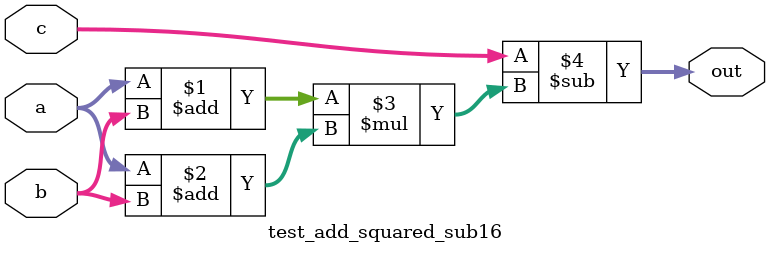
<source format=v>
module test_add_squared_sub16(input [15:0] a, input [15:0] b, input [15:0] c, output [15:0] out);
  assign out = c - ((a + b) * (a + b));
endmodule
</source>
